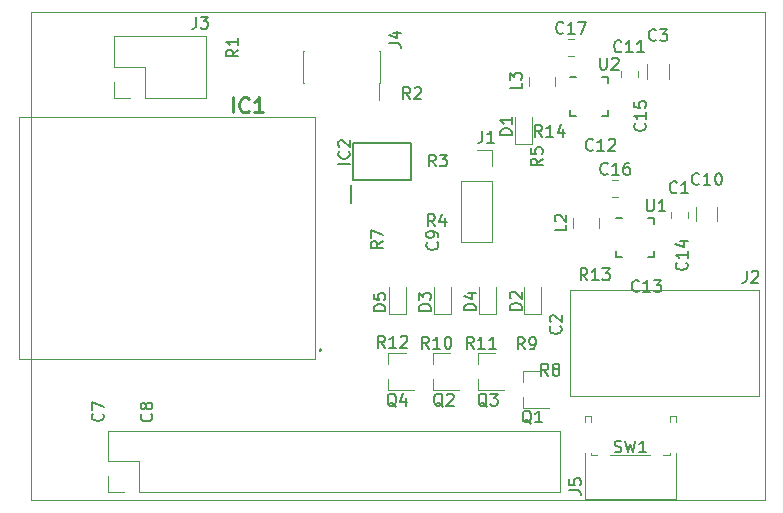
<source format=gbr>
G04 #@! TF.GenerationSoftware,KiCad,Pcbnew,(6.0.0-rc1-dev-1030-g80d50d98b)*
G04 #@! TF.CreationDate,2019-01-07T10:15:23-07:00*
G04 #@! TF.ProjectId,airmed_board_w1.0,6169726D65645F626F6172645F77312E,rev?*
G04 #@! TF.SameCoordinates,Original*
G04 #@! TF.FileFunction,Legend,Top*
G04 #@! TF.FilePolarity,Positive*
%FSLAX46Y46*%
G04 Gerber Fmt 4.6, Leading zero omitted, Abs format (unit mm)*
G04 Created by KiCad (PCBNEW (6.0.0-rc1-dev-1030-g80d50d98b)) date Monday, January 07, 2019 at 10:15:23 AM*
%MOMM*%
%LPD*%
G01*
G04 APERTURE LIST*
%ADD10C,0.050000*%
%ADD11C,0.120000*%
%ADD12C,0.200000*%
%ADD13C,0.100000*%
%ADD14C,0.150000*%
%ADD15C,0.254000*%
%ADD16C,0.152400*%
G04 APERTURE END LIST*
D10*
X113487200Y-131826000D02*
X113487200Y-116027200D01*
X175641000Y-131826000D02*
X113487200Y-131826000D01*
X175641000Y-90474800D02*
X175641000Y-131826000D01*
X113487200Y-90474800D02*
X175641000Y-90474800D01*
X113487200Y-91948000D02*
X113487200Y-90474800D01*
X113487200Y-116027200D02*
X113487200Y-91948000D01*
D11*
G04 #@! TO.C,SW1*
X165972400Y-128011200D02*
X162572400Y-128011200D01*
X167612400Y-128011200D02*
X167072400Y-128011200D01*
X160412400Y-125181200D02*
X160412400Y-124671200D01*
X160932400Y-124671200D02*
X160412400Y-124671200D01*
X160932400Y-125181200D02*
X160932400Y-124671200D01*
X161472400Y-128011200D02*
X160932400Y-128011200D01*
X168132400Y-125181200D02*
X168132400Y-124671200D01*
X167612400Y-125181200D02*
X167612400Y-124671200D01*
X160932400Y-128011200D02*
X160932400Y-127781200D01*
X168132400Y-131681200D02*
X168132400Y-127781200D01*
X168132400Y-124671200D02*
X167612400Y-124671200D01*
X160412400Y-131681200D02*
X160412400Y-127781200D01*
X168132400Y-131681200D02*
X160412400Y-131681200D01*
X167612400Y-128011200D02*
X167612400Y-127781200D01*
G04 #@! TO.C,D1*
X155954400Y-101637200D02*
X155954400Y-99352200D01*
X154484400Y-101637200D02*
X155954400Y-101637200D01*
X154484400Y-99352200D02*
X154484400Y-101637200D01*
G04 #@! TO.C,C3*
X167534000Y-96106064D02*
X167534000Y-94901936D01*
X165714000Y-96106064D02*
X165714000Y-94901936D01*
G04 #@! TO.C,C1*
X171623400Y-108145664D02*
X171623400Y-106941536D01*
X169803400Y-108145664D02*
X169803400Y-106941536D01*
D12*
G04 #@! TO.C,IC1*
X138027800Y-119201000D02*
G75*
G03X138027800Y-119001000I0J100000D01*
G01*
X138027800Y-119001000D02*
G75*
G03X138027800Y-119201000I0J-100000D01*
G01*
X138027800Y-119001000D02*
X138027800Y-119001000D01*
X138027800Y-119201000D02*
X138027800Y-119201000D01*
D13*
X137527800Y-99351000D02*
X137527800Y-119851000D01*
X112527800Y-99351000D02*
X137527800Y-99351000D01*
X112527800Y-119851000D02*
X112527800Y-99351000D01*
X137527800Y-119851000D02*
X112527800Y-119851000D01*
D14*
G04 #@! TO.C,U2*
X162407000Y-95987200D02*
X161907000Y-95987200D01*
X162407000Y-99237200D02*
X161907000Y-99237200D01*
X159157000Y-99237200D02*
X159657000Y-99237200D01*
X159157000Y-95987200D02*
X159657000Y-95987200D01*
X162407000Y-99237200D02*
X162407000Y-98737200D01*
X159157000Y-99237200D02*
X159157000Y-98737200D01*
X162407000Y-95987200D02*
X162407000Y-96487200D01*
G04 #@! TO.C,U1*
X166267800Y-107950600D02*
X165767800Y-107950600D01*
X166267800Y-111200600D02*
X165767800Y-111200600D01*
X163017800Y-111200600D02*
X163517800Y-111200600D01*
X163017800Y-107950600D02*
X163517800Y-107950600D01*
X166267800Y-111200600D02*
X166267800Y-110700600D01*
X163017800Y-111200600D02*
X163017800Y-110700600D01*
X166267800Y-107950600D02*
X166267800Y-108450600D01*
D11*
G04 #@! TO.C,L3*
X157894200Y-95967600D02*
X157894200Y-96767600D01*
X155694200Y-95967600D02*
X155694200Y-96767600D01*
G04 #@! TO.C,L2*
X161577200Y-107931000D02*
X161577200Y-108731000D01*
X159377200Y-107931000D02*
X159377200Y-108731000D01*
G04 #@! TO.C,C17*
X158974022Y-92787400D02*
X159491178Y-92787400D01*
X158974022Y-94207400D02*
X159491178Y-94207400D01*
G04 #@! TO.C,C16*
X162730922Y-106145400D02*
X163248078Y-106145400D01*
X162730922Y-104725400D02*
X163248078Y-104725400D01*
G04 #@! TO.C,C11*
X164895600Y-95940378D02*
X164895600Y-95423222D01*
X163475600Y-95940378D02*
X163475600Y-95423222D01*
G04 #@! TO.C,C10*
X169162800Y-107929178D02*
X169162800Y-107412022D01*
X167742800Y-107929178D02*
X167742800Y-107412022D01*
G04 #@! TO.C,Q3*
X151386000Y-119324000D02*
X152846000Y-119324000D01*
X151386000Y-122484000D02*
X153546000Y-122484000D01*
X151386000Y-122484000D02*
X151386000Y-121554000D01*
X151386000Y-119324000D02*
X151386000Y-120254000D01*
G04 #@! TO.C,Q4*
X143782000Y-119324000D02*
X145242000Y-119324000D01*
X143782000Y-122484000D02*
X145942000Y-122484000D01*
X143782000Y-122484000D02*
X143782000Y-121554000D01*
X143782000Y-119324000D02*
X143782000Y-120254000D01*
G04 #@! TO.C,Q2*
X147576000Y-119324000D02*
X149036000Y-119324000D01*
X147576000Y-122484000D02*
X149736000Y-122484000D01*
X147576000Y-122484000D02*
X147576000Y-121554000D01*
X147576000Y-119324000D02*
X147576000Y-120254000D01*
G04 #@! TO.C,Q1*
X155196000Y-120848000D02*
X156656000Y-120848000D01*
X155196000Y-124008000D02*
X157356000Y-124008000D01*
X155196000Y-124008000D02*
X155196000Y-123078000D01*
X155196000Y-120848000D02*
X155196000Y-121778000D01*
G04 #@! TO.C,J5*
X120082000Y-131124000D02*
X120082000Y-129794000D01*
X121412000Y-131124000D02*
X120082000Y-131124000D01*
X120082000Y-128524000D02*
X120082000Y-125924000D01*
X122682000Y-128524000D02*
X120082000Y-128524000D01*
X122682000Y-131124000D02*
X122682000Y-128524000D01*
X120082000Y-125924000D02*
X158302000Y-125924000D01*
X122682000Y-131124000D02*
X158302000Y-131124000D01*
X158302000Y-131124000D02*
X158302000Y-125924000D01*
G04 #@! TO.C,J4*
X143002000Y-96453000D02*
X143002000Y-97913000D01*
X136652000Y-93793000D02*
X136592000Y-93793000D01*
X143062000Y-93793000D02*
X143002000Y-93793000D01*
X136592000Y-93793000D02*
X136592000Y-96453000D01*
X136652000Y-96453000D02*
X136592000Y-96453000D01*
X143062000Y-96453000D02*
X143002000Y-96453000D01*
X143062000Y-93793000D02*
X143062000Y-96453000D01*
G04 #@! TO.C,J3*
X120590000Y-97723000D02*
X120590000Y-96393000D01*
X121920000Y-97723000D02*
X120590000Y-97723000D01*
X120590000Y-95123000D02*
X120590000Y-92523000D01*
X123190000Y-95123000D02*
X120590000Y-95123000D01*
X123190000Y-97723000D02*
X123190000Y-95123000D01*
X120590000Y-92523000D02*
X128330000Y-92523000D01*
X123190000Y-97723000D02*
X128330000Y-97723000D01*
X128330000Y-97723000D02*
X128330000Y-92523000D01*
G04 #@! TO.C,J2*
X175183800Y-114016400D02*
X175183800Y-123016400D01*
X159183800Y-114016400D02*
X175183800Y-114016400D01*
X159183800Y-123016400D02*
X159183800Y-114016400D01*
X175183800Y-123016400D02*
X159183800Y-123016400D01*
G04 #@! TO.C,J1*
X151257000Y-102175000D02*
X152587000Y-102175000D01*
X152587000Y-102175000D02*
X152587000Y-103505000D01*
X152587000Y-104775000D02*
X152587000Y-109915000D01*
X149927000Y-109915000D02*
X152587000Y-109915000D01*
X149927000Y-104775000D02*
X149927000Y-109915000D01*
X149927000Y-104775000D02*
X152587000Y-104775000D01*
G04 #@! TO.C,D5*
X145261000Y-116013500D02*
X145261000Y-113728500D01*
X143791000Y-116013500D02*
X145261000Y-116013500D01*
X143791000Y-113728500D02*
X143791000Y-116013500D01*
G04 #@! TO.C,D4*
X152881000Y-116039000D02*
X152881000Y-113754000D01*
X151411000Y-116039000D02*
X152881000Y-116039000D01*
X151411000Y-113754000D02*
X151411000Y-116039000D01*
G04 #@! TO.C,D3*
X149071000Y-116039000D02*
X149071000Y-113754000D01*
X147601000Y-116039000D02*
X149071000Y-116039000D01*
X147601000Y-113754000D02*
X147601000Y-116039000D01*
G04 #@! TO.C,D2*
X156691000Y-116039000D02*
X156691000Y-113754000D01*
X155221000Y-116039000D02*
X156691000Y-116039000D01*
X155221000Y-113754000D02*
X155221000Y-116039000D01*
D12*
G04 #@! TO.C,IC2*
X140651000Y-106624000D02*
X140651000Y-105074000D01*
X145706000Y-104724000D02*
X140806000Y-104724000D01*
X145706000Y-101524000D02*
X145706000Y-104724000D01*
X140806000Y-101524000D02*
X145706000Y-101524000D01*
X140806000Y-104724000D02*
X140806000Y-101524000D01*
G04 #@! TD*
G04 #@! TO.C,SW1*
D14*
X162939066Y-127705961D02*
X163081923Y-127753580D01*
X163320019Y-127753580D01*
X163415257Y-127705961D01*
X163462876Y-127658342D01*
X163510495Y-127563104D01*
X163510495Y-127467866D01*
X163462876Y-127372628D01*
X163415257Y-127325009D01*
X163320019Y-127277390D01*
X163129542Y-127229771D01*
X163034304Y-127182152D01*
X162986685Y-127134533D01*
X162939066Y-127039295D01*
X162939066Y-126944057D01*
X162986685Y-126848819D01*
X163034304Y-126801200D01*
X163129542Y-126753580D01*
X163367638Y-126753580D01*
X163510495Y-126801200D01*
X163843828Y-126753580D02*
X164081923Y-127753580D01*
X164272400Y-127039295D01*
X164462876Y-127753580D01*
X164700971Y-126753580D01*
X165605733Y-127753580D02*
X165034304Y-127753580D01*
X165320019Y-127753580D02*
X165320019Y-126753580D01*
X165224780Y-126896438D01*
X165129542Y-126991676D01*
X165034304Y-127039295D01*
G04 #@! TO.C,R5*
X156841780Y-102884266D02*
X156365590Y-103217600D01*
X156841780Y-103455695D02*
X155841780Y-103455695D01*
X155841780Y-103074742D01*
X155889400Y-102979504D01*
X155937019Y-102931885D01*
X156032257Y-102884266D01*
X156175114Y-102884266D01*
X156270352Y-102931885D01*
X156317971Y-102979504D01*
X156365590Y-103074742D01*
X156365590Y-103455695D01*
X155841780Y-101979504D02*
X155841780Y-102455695D01*
X156317971Y-102503314D01*
X156270352Y-102455695D01*
X156222733Y-102360457D01*
X156222733Y-102122361D01*
X156270352Y-102027123D01*
X156317971Y-101979504D01*
X156413209Y-101931885D01*
X156651304Y-101931885D01*
X156746542Y-101979504D01*
X156794161Y-102027123D01*
X156841780Y-102122361D01*
X156841780Y-102360457D01*
X156794161Y-102455695D01*
X156746542Y-102503314D01*
G04 #@! TO.C,D1*
X154241780Y-100890295D02*
X153241780Y-100890295D01*
X153241780Y-100652200D01*
X153289400Y-100509342D01*
X153384638Y-100414104D01*
X153479876Y-100366485D01*
X153670352Y-100318866D01*
X153813209Y-100318866D01*
X154003685Y-100366485D01*
X154098923Y-100414104D01*
X154194161Y-100509342D01*
X154241780Y-100652200D01*
X154241780Y-100890295D01*
X154241780Y-99366485D02*
X154241780Y-99937914D01*
X154241780Y-99652200D02*
X153241780Y-99652200D01*
X153384638Y-99747438D01*
X153479876Y-99842676D01*
X153527495Y-99937914D01*
G04 #@! TO.C,C3*
X166431933Y-92813142D02*
X166384314Y-92860761D01*
X166241457Y-92908380D01*
X166146219Y-92908380D01*
X166003361Y-92860761D01*
X165908123Y-92765523D01*
X165860504Y-92670285D01*
X165812885Y-92479809D01*
X165812885Y-92336952D01*
X165860504Y-92146476D01*
X165908123Y-92051238D01*
X166003361Y-91956000D01*
X166146219Y-91908380D01*
X166241457Y-91908380D01*
X166384314Y-91956000D01*
X166431933Y-92003619D01*
X166765266Y-91908380D02*
X167384314Y-91908380D01*
X167050980Y-92289333D01*
X167193838Y-92289333D01*
X167289076Y-92336952D01*
X167336695Y-92384571D01*
X167384314Y-92479809D01*
X167384314Y-92717904D01*
X167336695Y-92813142D01*
X167289076Y-92860761D01*
X167193838Y-92908380D01*
X166908123Y-92908380D01*
X166812885Y-92860761D01*
X166765266Y-92813142D01*
G04 #@! TO.C,C1*
X168209933Y-105716342D02*
X168162314Y-105763961D01*
X168019457Y-105811580D01*
X167924219Y-105811580D01*
X167781361Y-105763961D01*
X167686123Y-105668723D01*
X167638504Y-105573485D01*
X167590885Y-105383009D01*
X167590885Y-105240152D01*
X167638504Y-105049676D01*
X167686123Y-104954438D01*
X167781361Y-104859200D01*
X167924219Y-104811580D01*
X168019457Y-104811580D01*
X168162314Y-104859200D01*
X168209933Y-104906819D01*
X169162314Y-105811580D02*
X168590885Y-105811580D01*
X168876600Y-105811580D02*
X168876600Y-104811580D01*
X168781361Y-104954438D01*
X168686123Y-105049676D01*
X168590885Y-105097295D01*
G04 #@! TO.C,IC1*
D15*
X130611638Y-98974123D02*
X130611638Y-97704123D01*
X131942114Y-98853171D02*
X131881638Y-98913647D01*
X131700209Y-98974123D01*
X131579257Y-98974123D01*
X131397828Y-98913647D01*
X131276876Y-98792695D01*
X131216400Y-98671742D01*
X131155923Y-98429838D01*
X131155923Y-98248409D01*
X131216400Y-98006504D01*
X131276876Y-97885552D01*
X131397828Y-97764600D01*
X131579257Y-97704123D01*
X131700209Y-97704123D01*
X131881638Y-97764600D01*
X131942114Y-97825076D01*
X133151638Y-98974123D02*
X132425923Y-98974123D01*
X132788780Y-98974123D02*
X132788780Y-97704123D01*
X132667828Y-97885552D01*
X132546876Y-98006504D01*
X132425923Y-98066980D01*
G04 #@! TO.C,U2*
D14*
X161696495Y-94346780D02*
X161696495Y-95156304D01*
X161744114Y-95251542D01*
X161791733Y-95299161D01*
X161886971Y-95346780D01*
X162077447Y-95346780D01*
X162172685Y-95299161D01*
X162220304Y-95251542D01*
X162267923Y-95156304D01*
X162267923Y-94346780D01*
X162696495Y-94442019D02*
X162744114Y-94394400D01*
X162839352Y-94346780D01*
X163077447Y-94346780D01*
X163172685Y-94394400D01*
X163220304Y-94442019D01*
X163267923Y-94537257D01*
X163267923Y-94632495D01*
X163220304Y-94775352D01*
X162648876Y-95346780D01*
X163267923Y-95346780D01*
G04 #@! TO.C,U1*
X165658895Y-106335580D02*
X165658895Y-107145104D01*
X165706514Y-107240342D01*
X165754133Y-107287961D01*
X165849371Y-107335580D01*
X166039847Y-107335580D01*
X166135085Y-107287961D01*
X166182704Y-107240342D01*
X166230323Y-107145104D01*
X166230323Y-106335580D01*
X167230323Y-107335580D02*
X166658895Y-107335580D01*
X166944609Y-107335580D02*
X166944609Y-106335580D01*
X166849371Y-106478438D01*
X166754133Y-106573676D01*
X166658895Y-106621295D01*
G04 #@! TO.C,R14*
X156786342Y-101036380D02*
X156453009Y-100560190D01*
X156214914Y-101036380D02*
X156214914Y-100036380D01*
X156595866Y-100036380D01*
X156691104Y-100084000D01*
X156738723Y-100131619D01*
X156786342Y-100226857D01*
X156786342Y-100369714D01*
X156738723Y-100464952D01*
X156691104Y-100512571D01*
X156595866Y-100560190D01*
X156214914Y-100560190D01*
X157738723Y-101036380D02*
X157167295Y-101036380D01*
X157453009Y-101036380D02*
X157453009Y-100036380D01*
X157357771Y-100179238D01*
X157262533Y-100274476D01*
X157167295Y-100322095D01*
X158595866Y-100369714D02*
X158595866Y-101036380D01*
X158357771Y-99988761D02*
X158119676Y-100703047D01*
X158738723Y-100703047D01*
G04 #@! TO.C,R13*
X160621742Y-113177580D02*
X160288409Y-112701390D01*
X160050314Y-113177580D02*
X160050314Y-112177580D01*
X160431266Y-112177580D01*
X160526504Y-112225200D01*
X160574123Y-112272819D01*
X160621742Y-112368057D01*
X160621742Y-112510914D01*
X160574123Y-112606152D01*
X160526504Y-112653771D01*
X160431266Y-112701390D01*
X160050314Y-112701390D01*
X161574123Y-113177580D02*
X161002695Y-113177580D01*
X161288409Y-113177580D02*
X161288409Y-112177580D01*
X161193171Y-112320438D01*
X161097933Y-112415676D01*
X161002695Y-112463295D01*
X161907457Y-112177580D02*
X162526504Y-112177580D01*
X162193171Y-112558533D01*
X162336028Y-112558533D01*
X162431266Y-112606152D01*
X162478885Y-112653771D01*
X162526504Y-112749009D01*
X162526504Y-112987104D01*
X162478885Y-113082342D01*
X162431266Y-113129961D01*
X162336028Y-113177580D01*
X162050314Y-113177580D01*
X161955076Y-113129961D01*
X161907457Y-113082342D01*
G04 #@! TO.C,L3*
X155062180Y-96458066D02*
X155062180Y-96934257D01*
X154062180Y-96934257D01*
X154062180Y-96219971D02*
X154062180Y-95600923D01*
X154443133Y-95934257D01*
X154443133Y-95791400D01*
X154490752Y-95696161D01*
X154538371Y-95648542D01*
X154633609Y-95600923D01*
X154871704Y-95600923D01*
X154966942Y-95648542D01*
X155014561Y-95696161D01*
X155062180Y-95791400D01*
X155062180Y-96077114D01*
X155014561Y-96172352D01*
X154966942Y-96219971D01*
G04 #@! TO.C,L2*
X158846780Y-108472266D02*
X158846780Y-108948457D01*
X157846780Y-108948457D01*
X157942019Y-108186552D02*
X157894400Y-108138933D01*
X157846780Y-108043695D01*
X157846780Y-107805600D01*
X157894400Y-107710361D01*
X157942019Y-107662742D01*
X158037257Y-107615123D01*
X158132495Y-107615123D01*
X158275352Y-107662742D01*
X158846780Y-108234171D01*
X158846780Y-107615123D01*
G04 #@! TO.C,C17*
X158589742Y-92204542D02*
X158542123Y-92252161D01*
X158399266Y-92299780D01*
X158304028Y-92299780D01*
X158161171Y-92252161D01*
X158065933Y-92156923D01*
X158018314Y-92061685D01*
X157970695Y-91871209D01*
X157970695Y-91728352D01*
X158018314Y-91537876D01*
X158065933Y-91442638D01*
X158161171Y-91347400D01*
X158304028Y-91299780D01*
X158399266Y-91299780D01*
X158542123Y-91347400D01*
X158589742Y-91395019D01*
X159542123Y-92299780D02*
X158970695Y-92299780D01*
X159256409Y-92299780D02*
X159256409Y-91299780D01*
X159161171Y-91442638D01*
X159065933Y-91537876D01*
X158970695Y-91585495D01*
X159875457Y-91299780D02*
X160542123Y-91299780D01*
X160113552Y-92299780D01*
G04 #@! TO.C,C16*
X162346642Y-104142542D02*
X162299023Y-104190161D01*
X162156166Y-104237780D01*
X162060928Y-104237780D01*
X161918071Y-104190161D01*
X161822833Y-104094923D01*
X161775214Y-103999685D01*
X161727595Y-103809209D01*
X161727595Y-103666352D01*
X161775214Y-103475876D01*
X161822833Y-103380638D01*
X161918071Y-103285400D01*
X162060928Y-103237780D01*
X162156166Y-103237780D01*
X162299023Y-103285400D01*
X162346642Y-103333019D01*
X163299023Y-104237780D02*
X162727595Y-104237780D01*
X163013309Y-104237780D02*
X163013309Y-103237780D01*
X162918071Y-103380638D01*
X162822833Y-103475876D01*
X162727595Y-103523495D01*
X164156166Y-103237780D02*
X163965690Y-103237780D01*
X163870452Y-103285400D01*
X163822833Y-103333019D01*
X163727595Y-103475876D01*
X163679976Y-103666352D01*
X163679976Y-104047304D01*
X163727595Y-104142542D01*
X163775214Y-104190161D01*
X163870452Y-104237780D01*
X164060928Y-104237780D01*
X164156166Y-104190161D01*
X164203785Y-104142542D01*
X164251404Y-104047304D01*
X164251404Y-103809209D01*
X164203785Y-103713971D01*
X164156166Y-103666352D01*
X164060928Y-103618733D01*
X163870452Y-103618733D01*
X163775214Y-103666352D01*
X163727595Y-103713971D01*
X163679976Y-103809209D01*
G04 #@! TO.C,C15*
X165482542Y-99906057D02*
X165530161Y-99953676D01*
X165577780Y-100096533D01*
X165577780Y-100191771D01*
X165530161Y-100334628D01*
X165434923Y-100429866D01*
X165339685Y-100477485D01*
X165149209Y-100525104D01*
X165006352Y-100525104D01*
X164815876Y-100477485D01*
X164720638Y-100429866D01*
X164625400Y-100334628D01*
X164577780Y-100191771D01*
X164577780Y-100096533D01*
X164625400Y-99953676D01*
X164673019Y-99906057D01*
X165577780Y-98953676D02*
X165577780Y-99525104D01*
X165577780Y-99239390D02*
X164577780Y-99239390D01*
X164720638Y-99334628D01*
X164815876Y-99429866D01*
X164863495Y-99525104D01*
X164577780Y-98048914D02*
X164577780Y-98525104D01*
X165053971Y-98572723D01*
X165006352Y-98525104D01*
X164958733Y-98429866D01*
X164958733Y-98191771D01*
X165006352Y-98096533D01*
X165053971Y-98048914D01*
X165149209Y-98001295D01*
X165387304Y-98001295D01*
X165482542Y-98048914D01*
X165530161Y-98096533D01*
X165577780Y-98191771D01*
X165577780Y-98429866D01*
X165530161Y-98525104D01*
X165482542Y-98572723D01*
G04 #@! TO.C,C14*
X169014742Y-111691657D02*
X169062361Y-111739276D01*
X169109980Y-111882133D01*
X169109980Y-111977371D01*
X169062361Y-112120228D01*
X168967123Y-112215466D01*
X168871885Y-112263085D01*
X168681409Y-112310704D01*
X168538552Y-112310704D01*
X168348076Y-112263085D01*
X168252838Y-112215466D01*
X168157600Y-112120228D01*
X168109980Y-111977371D01*
X168109980Y-111882133D01*
X168157600Y-111739276D01*
X168205219Y-111691657D01*
X169109980Y-110739276D02*
X169109980Y-111310704D01*
X169109980Y-111024990D02*
X168109980Y-111024990D01*
X168252838Y-111120228D01*
X168348076Y-111215466D01*
X168395695Y-111310704D01*
X168443314Y-109882133D02*
X169109980Y-109882133D01*
X168062361Y-110120228D02*
X168776647Y-110358323D01*
X168776647Y-109739276D01*
G04 #@! TO.C,C13*
X164990542Y-114074542D02*
X164942923Y-114122161D01*
X164800066Y-114169780D01*
X164704828Y-114169780D01*
X164561971Y-114122161D01*
X164466733Y-114026923D01*
X164419114Y-113931685D01*
X164371495Y-113741209D01*
X164371495Y-113598352D01*
X164419114Y-113407876D01*
X164466733Y-113312638D01*
X164561971Y-113217400D01*
X164704828Y-113169780D01*
X164800066Y-113169780D01*
X164942923Y-113217400D01*
X164990542Y-113265019D01*
X165942923Y-114169780D02*
X165371495Y-114169780D01*
X165657209Y-114169780D02*
X165657209Y-113169780D01*
X165561971Y-113312638D01*
X165466733Y-113407876D01*
X165371495Y-113455495D01*
X166276257Y-113169780D02*
X166895304Y-113169780D01*
X166561971Y-113550733D01*
X166704828Y-113550733D01*
X166800066Y-113598352D01*
X166847685Y-113645971D01*
X166895304Y-113741209D01*
X166895304Y-113979304D01*
X166847685Y-114074542D01*
X166800066Y-114122161D01*
X166704828Y-114169780D01*
X166419114Y-114169780D01*
X166323876Y-114122161D01*
X166276257Y-114074542D01*
G04 #@! TO.C,C12*
X161104342Y-102111142D02*
X161056723Y-102158761D01*
X160913866Y-102206380D01*
X160818628Y-102206380D01*
X160675771Y-102158761D01*
X160580533Y-102063523D01*
X160532914Y-101968285D01*
X160485295Y-101777809D01*
X160485295Y-101634952D01*
X160532914Y-101444476D01*
X160580533Y-101349238D01*
X160675771Y-101254000D01*
X160818628Y-101206380D01*
X160913866Y-101206380D01*
X161056723Y-101254000D01*
X161104342Y-101301619D01*
X162056723Y-102206380D02*
X161485295Y-102206380D01*
X161771009Y-102206380D02*
X161771009Y-101206380D01*
X161675771Y-101349238D01*
X161580533Y-101444476D01*
X161485295Y-101492095D01*
X162437676Y-101301619D02*
X162485295Y-101254000D01*
X162580533Y-101206380D01*
X162818628Y-101206380D01*
X162913866Y-101254000D01*
X162961485Y-101301619D01*
X163009104Y-101396857D01*
X163009104Y-101492095D01*
X162961485Y-101634952D01*
X162390057Y-102206380D01*
X163009104Y-102206380D01*
G04 #@! TO.C,C11*
X163517342Y-93778342D02*
X163469723Y-93825961D01*
X163326866Y-93873580D01*
X163231628Y-93873580D01*
X163088771Y-93825961D01*
X162993533Y-93730723D01*
X162945914Y-93635485D01*
X162898295Y-93445009D01*
X162898295Y-93302152D01*
X162945914Y-93111676D01*
X162993533Y-93016438D01*
X163088771Y-92921200D01*
X163231628Y-92873580D01*
X163326866Y-92873580D01*
X163469723Y-92921200D01*
X163517342Y-92968819D01*
X164469723Y-93873580D02*
X163898295Y-93873580D01*
X164184009Y-93873580D02*
X164184009Y-92873580D01*
X164088771Y-93016438D01*
X163993533Y-93111676D01*
X163898295Y-93159295D01*
X165422104Y-93873580D02*
X164850676Y-93873580D01*
X165136390Y-93873580D02*
X165136390Y-92873580D01*
X165041152Y-93016438D01*
X164945914Y-93111676D01*
X164850676Y-93159295D01*
G04 #@! TO.C,C10*
X170095942Y-105005142D02*
X170048323Y-105052761D01*
X169905466Y-105100380D01*
X169810228Y-105100380D01*
X169667371Y-105052761D01*
X169572133Y-104957523D01*
X169524514Y-104862285D01*
X169476895Y-104671809D01*
X169476895Y-104528952D01*
X169524514Y-104338476D01*
X169572133Y-104243238D01*
X169667371Y-104148000D01*
X169810228Y-104100380D01*
X169905466Y-104100380D01*
X170048323Y-104148000D01*
X170095942Y-104195619D01*
X171048323Y-105100380D02*
X170476895Y-105100380D01*
X170762609Y-105100380D02*
X170762609Y-104100380D01*
X170667371Y-104243238D01*
X170572133Y-104338476D01*
X170476895Y-104386095D01*
X171667371Y-104100380D02*
X171762609Y-104100380D01*
X171857847Y-104148000D01*
X171905466Y-104195619D01*
X171953085Y-104290857D01*
X172000704Y-104481333D01*
X172000704Y-104719428D01*
X171953085Y-104909904D01*
X171905466Y-105005142D01*
X171857847Y-105052761D01*
X171762609Y-105100380D01*
X171667371Y-105100380D01*
X171572133Y-105052761D01*
X171524514Y-105005142D01*
X171476895Y-104909904D01*
X171429276Y-104719428D01*
X171429276Y-104481333D01*
X171476895Y-104290857D01*
X171524514Y-104195619D01*
X171572133Y-104148000D01*
X171667371Y-104100380D01*
G04 #@! TO.C,Q3*
X152126961Y-123890019D02*
X152031723Y-123842400D01*
X151936485Y-123747161D01*
X151793628Y-123604304D01*
X151698390Y-123556685D01*
X151603152Y-123556685D01*
X151650771Y-123794780D02*
X151555533Y-123747161D01*
X151460295Y-123651923D01*
X151412676Y-123461447D01*
X151412676Y-123128114D01*
X151460295Y-122937638D01*
X151555533Y-122842400D01*
X151650771Y-122794780D01*
X151841247Y-122794780D01*
X151936485Y-122842400D01*
X152031723Y-122937638D01*
X152079342Y-123128114D01*
X152079342Y-123461447D01*
X152031723Y-123651923D01*
X151936485Y-123747161D01*
X151841247Y-123794780D01*
X151650771Y-123794780D01*
X152412676Y-122794780D02*
X153031723Y-122794780D01*
X152698390Y-123175733D01*
X152841247Y-123175733D01*
X152936485Y-123223352D01*
X152984104Y-123270971D01*
X153031723Y-123366209D01*
X153031723Y-123604304D01*
X152984104Y-123699542D01*
X152936485Y-123747161D01*
X152841247Y-123794780D01*
X152555533Y-123794780D01*
X152460295Y-123747161D01*
X152412676Y-123699542D01*
G04 #@! TO.C,R1*
X131059180Y-93664066D02*
X130582990Y-93997400D01*
X131059180Y-94235495D02*
X130059180Y-94235495D01*
X130059180Y-93854542D01*
X130106800Y-93759304D01*
X130154419Y-93711685D01*
X130249657Y-93664066D01*
X130392514Y-93664066D01*
X130487752Y-93711685D01*
X130535371Y-93759304D01*
X130582990Y-93854542D01*
X130582990Y-94235495D01*
X131059180Y-92711685D02*
X131059180Y-93283114D01*
X131059180Y-92997400D02*
X130059180Y-92997400D01*
X130202038Y-93092638D01*
X130297276Y-93187876D01*
X130344895Y-93283114D01*
G04 #@! TO.C,Q4*
X144430761Y-123890019D02*
X144335523Y-123842400D01*
X144240285Y-123747161D01*
X144097428Y-123604304D01*
X144002190Y-123556685D01*
X143906952Y-123556685D01*
X143954571Y-123794780D02*
X143859333Y-123747161D01*
X143764095Y-123651923D01*
X143716476Y-123461447D01*
X143716476Y-123128114D01*
X143764095Y-122937638D01*
X143859333Y-122842400D01*
X143954571Y-122794780D01*
X144145047Y-122794780D01*
X144240285Y-122842400D01*
X144335523Y-122937638D01*
X144383142Y-123128114D01*
X144383142Y-123461447D01*
X144335523Y-123651923D01*
X144240285Y-123747161D01*
X144145047Y-123794780D01*
X143954571Y-123794780D01*
X145240285Y-123128114D02*
X145240285Y-123794780D01*
X145002190Y-122747161D02*
X144764095Y-123461447D01*
X145383142Y-123461447D01*
G04 #@! TO.C,Q2*
X148393161Y-123890019D02*
X148297923Y-123842400D01*
X148202685Y-123747161D01*
X148059828Y-123604304D01*
X147964590Y-123556685D01*
X147869352Y-123556685D01*
X147916971Y-123794780D02*
X147821733Y-123747161D01*
X147726495Y-123651923D01*
X147678876Y-123461447D01*
X147678876Y-123128114D01*
X147726495Y-122937638D01*
X147821733Y-122842400D01*
X147916971Y-122794780D01*
X148107447Y-122794780D01*
X148202685Y-122842400D01*
X148297923Y-122937638D01*
X148345542Y-123128114D01*
X148345542Y-123461447D01*
X148297923Y-123651923D01*
X148202685Y-123747161D01*
X148107447Y-123794780D01*
X147916971Y-123794780D01*
X148726495Y-122890019D02*
X148774114Y-122842400D01*
X148869352Y-122794780D01*
X149107447Y-122794780D01*
X149202685Y-122842400D01*
X149250304Y-122890019D01*
X149297923Y-122985257D01*
X149297923Y-123080495D01*
X149250304Y-123223352D01*
X148678876Y-123794780D01*
X149297923Y-123794780D01*
G04 #@! TO.C,Q1*
X155886161Y-125312419D02*
X155790923Y-125264800D01*
X155695685Y-125169561D01*
X155552828Y-125026704D01*
X155457590Y-124979085D01*
X155362352Y-124979085D01*
X155409971Y-125217180D02*
X155314733Y-125169561D01*
X155219495Y-125074323D01*
X155171876Y-124883847D01*
X155171876Y-124550514D01*
X155219495Y-124360038D01*
X155314733Y-124264800D01*
X155409971Y-124217180D01*
X155600447Y-124217180D01*
X155695685Y-124264800D01*
X155790923Y-124360038D01*
X155838542Y-124550514D01*
X155838542Y-124883847D01*
X155790923Y-125074323D01*
X155695685Y-125169561D01*
X155600447Y-125217180D01*
X155409971Y-125217180D01*
X156790923Y-125217180D02*
X156219495Y-125217180D01*
X156505209Y-125217180D02*
X156505209Y-124217180D01*
X156409971Y-124360038D01*
X156314733Y-124455276D01*
X156219495Y-124502895D01*
G04 #@! TO.C,J5*
X159091380Y-130965533D02*
X159805666Y-130965533D01*
X159948523Y-131013152D01*
X160043761Y-131108390D01*
X160091380Y-131251247D01*
X160091380Y-131346485D01*
X159091380Y-130013152D02*
X159091380Y-130489342D01*
X159567571Y-130536961D01*
X159519952Y-130489342D01*
X159472333Y-130394104D01*
X159472333Y-130156009D01*
X159519952Y-130060771D01*
X159567571Y-130013152D01*
X159662809Y-129965533D01*
X159900904Y-129965533D01*
X159996142Y-130013152D01*
X160043761Y-130060771D01*
X160091380Y-130156009D01*
X160091380Y-130394104D01*
X160043761Y-130489342D01*
X159996142Y-130536961D01*
G04 #@! TO.C,R12*
X143476742Y-118892580D02*
X143143409Y-118416390D01*
X142905314Y-118892580D02*
X142905314Y-117892580D01*
X143286266Y-117892580D01*
X143381504Y-117940200D01*
X143429123Y-117987819D01*
X143476742Y-118083057D01*
X143476742Y-118225914D01*
X143429123Y-118321152D01*
X143381504Y-118368771D01*
X143286266Y-118416390D01*
X142905314Y-118416390D01*
X144429123Y-118892580D02*
X143857695Y-118892580D01*
X144143409Y-118892580D02*
X144143409Y-117892580D01*
X144048171Y-118035438D01*
X143952933Y-118130676D01*
X143857695Y-118178295D01*
X144810076Y-117987819D02*
X144857695Y-117940200D01*
X144952933Y-117892580D01*
X145191028Y-117892580D01*
X145286266Y-117940200D01*
X145333885Y-117987819D01*
X145381504Y-118083057D01*
X145381504Y-118178295D01*
X145333885Y-118321152D01*
X144762457Y-118892580D01*
X145381504Y-118892580D01*
G04 #@! TO.C,R11*
X150995142Y-118968780D02*
X150661809Y-118492590D01*
X150423714Y-118968780D02*
X150423714Y-117968780D01*
X150804666Y-117968780D01*
X150899904Y-118016400D01*
X150947523Y-118064019D01*
X150995142Y-118159257D01*
X150995142Y-118302114D01*
X150947523Y-118397352D01*
X150899904Y-118444971D01*
X150804666Y-118492590D01*
X150423714Y-118492590D01*
X151947523Y-118968780D02*
X151376095Y-118968780D01*
X151661809Y-118968780D02*
X151661809Y-117968780D01*
X151566571Y-118111638D01*
X151471333Y-118206876D01*
X151376095Y-118254495D01*
X152899904Y-118968780D02*
X152328476Y-118968780D01*
X152614190Y-118968780D02*
X152614190Y-117968780D01*
X152518952Y-118111638D01*
X152423714Y-118206876D01*
X152328476Y-118254495D01*
G04 #@! TO.C,R10*
X147210542Y-118968780D02*
X146877209Y-118492590D01*
X146639114Y-118968780D02*
X146639114Y-117968780D01*
X147020066Y-117968780D01*
X147115304Y-118016400D01*
X147162923Y-118064019D01*
X147210542Y-118159257D01*
X147210542Y-118302114D01*
X147162923Y-118397352D01*
X147115304Y-118444971D01*
X147020066Y-118492590D01*
X146639114Y-118492590D01*
X148162923Y-118968780D02*
X147591495Y-118968780D01*
X147877209Y-118968780D02*
X147877209Y-117968780D01*
X147781971Y-118111638D01*
X147686733Y-118206876D01*
X147591495Y-118254495D01*
X148781971Y-117968780D02*
X148877209Y-117968780D01*
X148972447Y-118016400D01*
X149020066Y-118064019D01*
X149067685Y-118159257D01*
X149115304Y-118349733D01*
X149115304Y-118587828D01*
X149067685Y-118778304D01*
X149020066Y-118873542D01*
X148972447Y-118921161D01*
X148877209Y-118968780D01*
X148781971Y-118968780D01*
X148686733Y-118921161D01*
X148639114Y-118873542D01*
X148591495Y-118778304D01*
X148543876Y-118587828D01*
X148543876Y-118349733D01*
X148591495Y-118159257D01*
X148639114Y-118064019D01*
X148686733Y-118016400D01*
X148781971Y-117968780D01*
G04 #@! TO.C,R9*
X155306733Y-119019580D02*
X154973400Y-118543390D01*
X154735304Y-119019580D02*
X154735304Y-118019580D01*
X155116257Y-118019580D01*
X155211495Y-118067200D01*
X155259114Y-118114819D01*
X155306733Y-118210057D01*
X155306733Y-118352914D01*
X155259114Y-118448152D01*
X155211495Y-118495771D01*
X155116257Y-118543390D01*
X154735304Y-118543390D01*
X155782923Y-119019580D02*
X155973400Y-119019580D01*
X156068638Y-118971961D01*
X156116257Y-118924342D01*
X156211495Y-118781485D01*
X156259114Y-118591009D01*
X156259114Y-118210057D01*
X156211495Y-118114819D01*
X156163876Y-118067200D01*
X156068638Y-118019580D01*
X155878161Y-118019580D01*
X155782923Y-118067200D01*
X155735304Y-118114819D01*
X155687685Y-118210057D01*
X155687685Y-118448152D01*
X155735304Y-118543390D01*
X155782923Y-118591009D01*
X155878161Y-118638628D01*
X156068638Y-118638628D01*
X156163876Y-118591009D01*
X156211495Y-118543390D01*
X156259114Y-118448152D01*
G04 #@! TO.C,R8*
X157313333Y-121256380D02*
X156980000Y-120780190D01*
X156741904Y-121256380D02*
X156741904Y-120256380D01*
X157122857Y-120256380D01*
X157218095Y-120304000D01*
X157265714Y-120351619D01*
X157313333Y-120446857D01*
X157313333Y-120589714D01*
X157265714Y-120684952D01*
X157218095Y-120732571D01*
X157122857Y-120780190D01*
X156741904Y-120780190D01*
X157884761Y-120684952D02*
X157789523Y-120637333D01*
X157741904Y-120589714D01*
X157694285Y-120494476D01*
X157694285Y-120446857D01*
X157741904Y-120351619D01*
X157789523Y-120304000D01*
X157884761Y-120256380D01*
X158075238Y-120256380D01*
X158170476Y-120304000D01*
X158218095Y-120351619D01*
X158265714Y-120446857D01*
X158265714Y-120494476D01*
X158218095Y-120589714D01*
X158170476Y-120637333D01*
X158075238Y-120684952D01*
X157884761Y-120684952D01*
X157789523Y-120732571D01*
X157741904Y-120780190D01*
X157694285Y-120875428D01*
X157694285Y-121065904D01*
X157741904Y-121161142D01*
X157789523Y-121208761D01*
X157884761Y-121256380D01*
X158075238Y-121256380D01*
X158170476Y-121208761D01*
X158218095Y-121161142D01*
X158265714Y-121065904D01*
X158265714Y-120875428D01*
X158218095Y-120780190D01*
X158170476Y-120732571D01*
X158075238Y-120684952D01*
G04 #@! TO.C,R7*
X143300380Y-109894666D02*
X142824190Y-110228000D01*
X143300380Y-110466095D02*
X142300380Y-110466095D01*
X142300380Y-110085142D01*
X142348000Y-109989904D01*
X142395619Y-109942285D01*
X142490857Y-109894666D01*
X142633714Y-109894666D01*
X142728952Y-109942285D01*
X142776571Y-109989904D01*
X142824190Y-110085142D01*
X142824190Y-110466095D01*
X142300380Y-109561333D02*
X142300380Y-108894666D01*
X143300380Y-109323238D01*
G04 #@! TO.C,R4*
X147712133Y-108605580D02*
X147378800Y-108129390D01*
X147140704Y-108605580D02*
X147140704Y-107605580D01*
X147521657Y-107605580D01*
X147616895Y-107653200D01*
X147664514Y-107700819D01*
X147712133Y-107796057D01*
X147712133Y-107938914D01*
X147664514Y-108034152D01*
X147616895Y-108081771D01*
X147521657Y-108129390D01*
X147140704Y-108129390D01*
X148569276Y-107938914D02*
X148569276Y-108605580D01*
X148331180Y-107557961D02*
X148093085Y-108272247D01*
X148712133Y-108272247D01*
G04 #@! TO.C,R3*
X147788333Y-103549380D02*
X147455000Y-103073190D01*
X147216904Y-103549380D02*
X147216904Y-102549380D01*
X147597857Y-102549380D01*
X147693095Y-102597000D01*
X147740714Y-102644619D01*
X147788333Y-102739857D01*
X147788333Y-102882714D01*
X147740714Y-102977952D01*
X147693095Y-103025571D01*
X147597857Y-103073190D01*
X147216904Y-103073190D01*
X148121666Y-102549380D02*
X148740714Y-102549380D01*
X148407380Y-102930333D01*
X148550238Y-102930333D01*
X148645476Y-102977952D01*
X148693095Y-103025571D01*
X148740714Y-103120809D01*
X148740714Y-103358904D01*
X148693095Y-103454142D01*
X148645476Y-103501761D01*
X148550238Y-103549380D01*
X148264523Y-103549380D01*
X148169285Y-103501761D01*
X148121666Y-103454142D01*
G04 #@! TO.C,R2*
X145629333Y-97835980D02*
X145296000Y-97359790D01*
X145057904Y-97835980D02*
X145057904Y-96835980D01*
X145438857Y-96835980D01*
X145534095Y-96883600D01*
X145581714Y-96931219D01*
X145629333Y-97026457D01*
X145629333Y-97169314D01*
X145581714Y-97264552D01*
X145534095Y-97312171D01*
X145438857Y-97359790D01*
X145057904Y-97359790D01*
X146010285Y-96931219D02*
X146057904Y-96883600D01*
X146153142Y-96835980D01*
X146391238Y-96835980D01*
X146486476Y-96883600D01*
X146534095Y-96931219D01*
X146581714Y-97026457D01*
X146581714Y-97121695D01*
X146534095Y-97264552D01*
X145962666Y-97835980D01*
X146581714Y-97835980D01*
G04 #@! TO.C,J4*
X143851380Y-93119533D02*
X144565666Y-93119533D01*
X144708523Y-93167152D01*
X144803761Y-93262390D01*
X144851380Y-93405247D01*
X144851380Y-93500485D01*
X144184714Y-92214771D02*
X144851380Y-92214771D01*
X143803761Y-92452866D02*
X144518047Y-92690961D01*
X144518047Y-92071914D01*
G04 #@! TO.C,J3*
X127504866Y-90866980D02*
X127504866Y-91581266D01*
X127457247Y-91724123D01*
X127362009Y-91819361D01*
X127219152Y-91866980D01*
X127123914Y-91866980D01*
X127885819Y-90866980D02*
X128504866Y-90866980D01*
X128171533Y-91247933D01*
X128314390Y-91247933D01*
X128409628Y-91295552D01*
X128457247Y-91343171D01*
X128504866Y-91438409D01*
X128504866Y-91676504D01*
X128457247Y-91771742D01*
X128409628Y-91819361D01*
X128314390Y-91866980D01*
X128028676Y-91866980D01*
X127933438Y-91819361D01*
X127885819Y-91771742D01*
G04 #@! TO.C,J2*
X174113866Y-112380780D02*
X174113866Y-113095066D01*
X174066247Y-113237923D01*
X173971009Y-113333161D01*
X173828152Y-113380780D01*
X173732914Y-113380780D01*
X174542438Y-112476019D02*
X174590057Y-112428400D01*
X174685295Y-112380780D01*
X174923390Y-112380780D01*
X175018628Y-112428400D01*
X175066247Y-112476019D01*
X175113866Y-112571257D01*
X175113866Y-112666495D01*
X175066247Y-112809352D01*
X174494819Y-113380780D01*
X175113866Y-113380780D01*
G04 #@! TO.C,J1*
X151736466Y-100518980D02*
X151736466Y-101233266D01*
X151688847Y-101376123D01*
X151593609Y-101471361D01*
X151450752Y-101518980D01*
X151355514Y-101518980D01*
X152736466Y-101518980D02*
X152165038Y-101518980D01*
X152450752Y-101518980D02*
X152450752Y-100518980D01*
X152355514Y-100661838D01*
X152260276Y-100757076D01*
X152165038Y-100804695D01*
G04 #@! TO.C,D5*
X143530580Y-115800095D02*
X142530580Y-115800095D01*
X142530580Y-115562000D01*
X142578200Y-115419142D01*
X142673438Y-115323904D01*
X142768676Y-115276285D01*
X142959152Y-115228666D01*
X143102009Y-115228666D01*
X143292485Y-115276285D01*
X143387723Y-115323904D01*
X143482961Y-115419142D01*
X143530580Y-115562000D01*
X143530580Y-115800095D01*
X142530580Y-114323904D02*
X142530580Y-114800095D01*
X143006771Y-114847714D01*
X142959152Y-114800095D01*
X142911533Y-114704857D01*
X142911533Y-114466761D01*
X142959152Y-114371523D01*
X143006771Y-114323904D01*
X143102009Y-114276285D01*
X143340104Y-114276285D01*
X143435342Y-114323904D01*
X143482961Y-114371523D01*
X143530580Y-114466761D01*
X143530580Y-114704857D01*
X143482961Y-114800095D01*
X143435342Y-114847714D01*
G04 #@! TO.C,D4*
X151201380Y-115723895D02*
X150201380Y-115723895D01*
X150201380Y-115485800D01*
X150249000Y-115342942D01*
X150344238Y-115247704D01*
X150439476Y-115200085D01*
X150629952Y-115152466D01*
X150772809Y-115152466D01*
X150963285Y-115200085D01*
X151058523Y-115247704D01*
X151153761Y-115342942D01*
X151201380Y-115485800D01*
X151201380Y-115723895D01*
X150534714Y-114295323D02*
X151201380Y-114295323D01*
X150153761Y-114533419D02*
X150868047Y-114771514D01*
X150868047Y-114152466D01*
G04 #@! TO.C,D3*
X147365980Y-115749295D02*
X146365980Y-115749295D01*
X146365980Y-115511200D01*
X146413600Y-115368342D01*
X146508838Y-115273104D01*
X146604076Y-115225485D01*
X146794552Y-115177866D01*
X146937409Y-115177866D01*
X147127885Y-115225485D01*
X147223123Y-115273104D01*
X147318361Y-115368342D01*
X147365980Y-115511200D01*
X147365980Y-115749295D01*
X146365980Y-114844533D02*
X146365980Y-114225485D01*
X146746933Y-114558819D01*
X146746933Y-114415961D01*
X146794552Y-114320723D01*
X146842171Y-114273104D01*
X146937409Y-114225485D01*
X147175504Y-114225485D01*
X147270742Y-114273104D01*
X147318361Y-114320723D01*
X147365980Y-114415961D01*
X147365980Y-114701676D01*
X147318361Y-114796914D01*
X147270742Y-114844533D01*
G04 #@! TO.C,D2*
X155062180Y-115673095D02*
X154062180Y-115673095D01*
X154062180Y-115435000D01*
X154109800Y-115292142D01*
X154205038Y-115196904D01*
X154300276Y-115149285D01*
X154490752Y-115101666D01*
X154633609Y-115101666D01*
X154824085Y-115149285D01*
X154919323Y-115196904D01*
X155014561Y-115292142D01*
X155062180Y-115435000D01*
X155062180Y-115673095D01*
X154157419Y-114720714D02*
X154109800Y-114673095D01*
X154062180Y-114577857D01*
X154062180Y-114339761D01*
X154109800Y-114244523D01*
X154157419Y-114196904D01*
X154252657Y-114149285D01*
X154347895Y-114149285D01*
X154490752Y-114196904D01*
X155062180Y-114768333D01*
X155062180Y-114149285D01*
G04 #@! TO.C,C9*
X147905742Y-109970866D02*
X147953361Y-110018485D01*
X148000980Y-110161342D01*
X148000980Y-110256580D01*
X147953361Y-110399438D01*
X147858123Y-110494676D01*
X147762885Y-110542295D01*
X147572409Y-110589914D01*
X147429552Y-110589914D01*
X147239076Y-110542295D01*
X147143838Y-110494676D01*
X147048600Y-110399438D01*
X147000980Y-110256580D01*
X147000980Y-110161342D01*
X147048600Y-110018485D01*
X147096219Y-109970866D01*
X148000980Y-109494676D02*
X148000980Y-109304200D01*
X147953361Y-109208961D01*
X147905742Y-109161342D01*
X147762885Y-109066104D01*
X147572409Y-109018485D01*
X147191457Y-109018485D01*
X147096219Y-109066104D01*
X147048600Y-109113723D01*
X147000980Y-109208961D01*
X147000980Y-109399438D01*
X147048600Y-109494676D01*
X147096219Y-109542295D01*
X147191457Y-109589914D01*
X147429552Y-109589914D01*
X147524790Y-109542295D01*
X147572409Y-109494676D01*
X147620028Y-109399438D01*
X147620028Y-109208961D01*
X147572409Y-109113723D01*
X147524790Y-109066104D01*
X147429552Y-109018485D01*
G04 #@! TO.C,C8*
X123701142Y-124499666D02*
X123748761Y-124547285D01*
X123796380Y-124690142D01*
X123796380Y-124785380D01*
X123748761Y-124928238D01*
X123653523Y-125023476D01*
X123558285Y-125071095D01*
X123367809Y-125118714D01*
X123224952Y-125118714D01*
X123034476Y-125071095D01*
X122939238Y-125023476D01*
X122844000Y-124928238D01*
X122796380Y-124785380D01*
X122796380Y-124690142D01*
X122844000Y-124547285D01*
X122891619Y-124499666D01*
X123224952Y-123928238D02*
X123177333Y-124023476D01*
X123129714Y-124071095D01*
X123034476Y-124118714D01*
X122986857Y-124118714D01*
X122891619Y-124071095D01*
X122844000Y-124023476D01*
X122796380Y-123928238D01*
X122796380Y-123737761D01*
X122844000Y-123642523D01*
X122891619Y-123594904D01*
X122986857Y-123547285D01*
X123034476Y-123547285D01*
X123129714Y-123594904D01*
X123177333Y-123642523D01*
X123224952Y-123737761D01*
X123224952Y-123928238D01*
X123272571Y-124023476D01*
X123320190Y-124071095D01*
X123415428Y-124118714D01*
X123605904Y-124118714D01*
X123701142Y-124071095D01*
X123748761Y-124023476D01*
X123796380Y-123928238D01*
X123796380Y-123737761D01*
X123748761Y-123642523D01*
X123701142Y-123594904D01*
X123605904Y-123547285D01*
X123415428Y-123547285D01*
X123320190Y-123594904D01*
X123272571Y-123642523D01*
X123224952Y-123737761D01*
G04 #@! TO.C,C7*
X119584742Y-124474266D02*
X119632361Y-124521885D01*
X119679980Y-124664742D01*
X119679980Y-124759980D01*
X119632361Y-124902838D01*
X119537123Y-124998076D01*
X119441885Y-125045695D01*
X119251409Y-125093314D01*
X119108552Y-125093314D01*
X118918076Y-125045695D01*
X118822838Y-124998076D01*
X118727600Y-124902838D01*
X118679980Y-124759980D01*
X118679980Y-124664742D01*
X118727600Y-124521885D01*
X118775219Y-124474266D01*
X118679980Y-124140933D02*
X118679980Y-123474266D01*
X119679980Y-123902838D01*
G04 #@! TO.C,C2*
X158345142Y-117082866D02*
X158392761Y-117130485D01*
X158440380Y-117273342D01*
X158440380Y-117368580D01*
X158392761Y-117511438D01*
X158297523Y-117606676D01*
X158202285Y-117654295D01*
X158011809Y-117701914D01*
X157868952Y-117701914D01*
X157678476Y-117654295D01*
X157583238Y-117606676D01*
X157488000Y-117511438D01*
X157440380Y-117368580D01*
X157440380Y-117273342D01*
X157488000Y-117130485D01*
X157535619Y-117082866D01*
X157535619Y-116701914D02*
X157488000Y-116654295D01*
X157440380Y-116559057D01*
X157440380Y-116320961D01*
X157488000Y-116225723D01*
X157535619Y-116178104D01*
X157630857Y-116130485D01*
X157726095Y-116130485D01*
X157868952Y-116178104D01*
X158440380Y-116749533D01*
X158440380Y-116130485D01*
G04 #@! TO.C,IC2*
D16*
X140529128Y-103303614D02*
X139538528Y-103303614D01*
X140434785Y-102265842D02*
X140481957Y-102313014D01*
X140529128Y-102454528D01*
X140529128Y-102548871D01*
X140481957Y-102690385D01*
X140387614Y-102784728D01*
X140293271Y-102831900D01*
X140104585Y-102879071D01*
X139963071Y-102879071D01*
X139774385Y-102831900D01*
X139680042Y-102784728D01*
X139585700Y-102690385D01*
X139538528Y-102548871D01*
X139538528Y-102454528D01*
X139585700Y-102313014D01*
X139632871Y-102265842D01*
X139632871Y-101888471D02*
X139585700Y-101841300D01*
X139538528Y-101746957D01*
X139538528Y-101511100D01*
X139585700Y-101416757D01*
X139632871Y-101369585D01*
X139727214Y-101322414D01*
X139821557Y-101322414D01*
X139963071Y-101369585D01*
X140529128Y-101935642D01*
X140529128Y-101322414D01*
G04 #@! TD*
M02*

</source>
